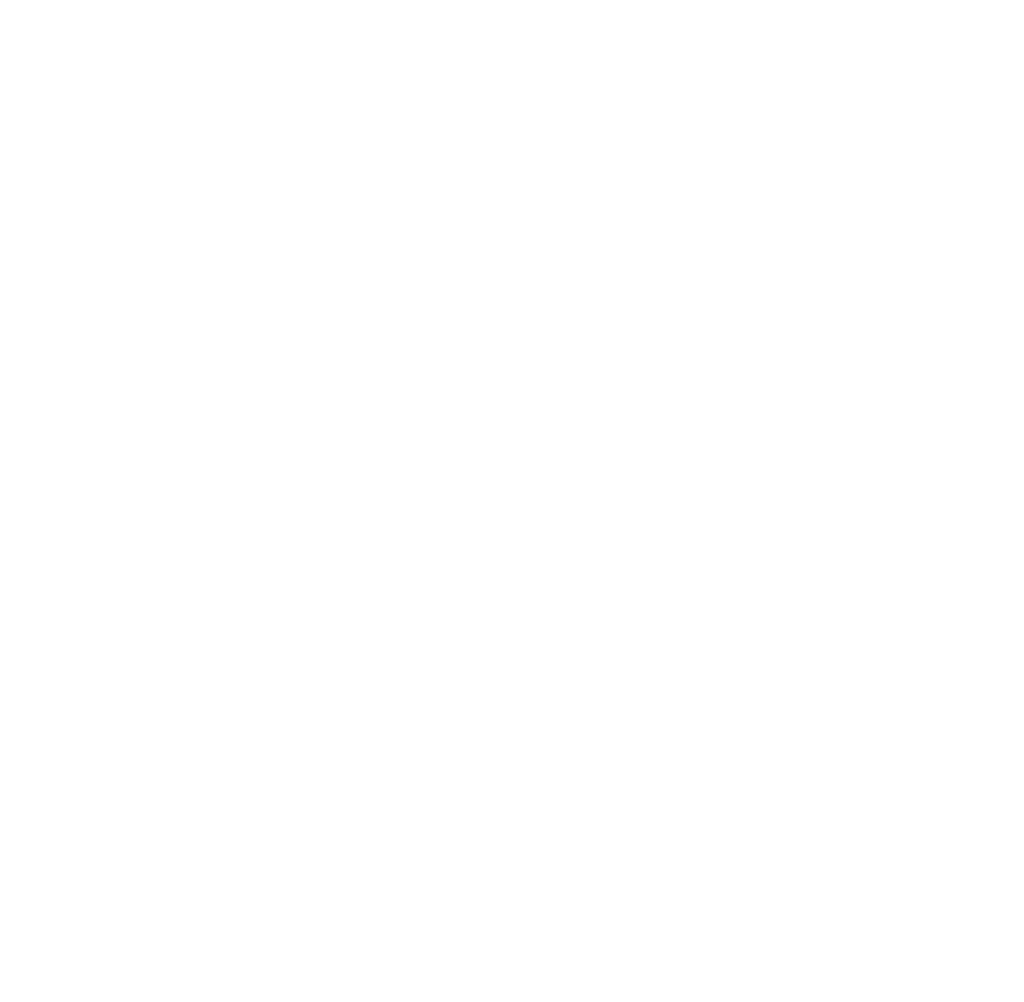
<source format=kicad_pcb>
(kicad_pcb (version 20221018) (generator pcbnew)

  (general
    (thickness 1.6)
  )

  (paper "A4")
  (title_block
    (title "HBR/MK2 PCB Placement")
    (date "2024-02-03")
    (rev "1.0")
  )

  (layers
    (0 "F.Cu" signal)
    (31 "B.Cu" signal)
    (32 "B.Adhes" user "B.Adhesive")
    (33 "F.Adhes" user "F.Adhesive")
    (34 "B.Paste" user)
    (35 "F.Paste" user)
    (36 "B.SilkS" user "B.Silkscreen")
    (37 "F.SilkS" user "F.Silkscreen")
    (38 "B.Mask" user)
    (39 "F.Mask" user)
    (40 "Dwgs.User" user "User.Drawings")
    (41 "Cmts.User" user "User.Comments")
    (42 "Eco1.User" user "User.Eco1")
    (43 "Eco2.User" user "User.Eco2")
    (44 "Edge.Cuts" user)
    (45 "Margin" user)
    (46 "B.CrtYd" user "B.Courtyard")
    (47 "F.CrtYd" user "F.Courtyard")
    (48 "B.Fab" user)
    (49 "F.Fab" user)
    (50 "User.1" user)
    (51 "User.2" user)
    (52 "User.3" user)
    (53 "User.4" user)
    (54 "User.5" user)
    (55 "User.6" user)
    (56 "User.7" user)
    (57 "User.8" user)
    (58 "User.9" user)
  )

  (setup
    (pad_to_mask_clearance 0)
    (pcbplotparams
      (layerselection 0x7fc0000_7ffffffe)
      (plot_on_all_layers_selection 0x0000000_00000000)
      (disableapertmacros false)
      (usegerberextensions false)
      (usegerberattributes true)
      (usegerberadvancedattributes true)
      (creategerberjobfile true)
      (dashed_line_dash_ratio 12.000000)
      (dashed_line_gap_ratio 3.000000)
      (svgprecision 4)
      (plotframeref false)
      (viasonmask false)
      (mode 1)
      (useauxorigin false)
      (hpglpennumber 1)
      (hpglpenspeed 20)
      (hpglpendiameter 15.000000)
      (dxfpolygonmode true)
      (dxfimperialunits true)
      (dxfusepcbnewfont true)
      (psnegative false)
      (psa4output false)
      (plotreference true)
      (plotvalue true)
      (plotinvisibletext false)
      (sketchpadsonfab false)
      (subtractmaskfromsilk false)
      (outputformat 4)
      (mirror false)
      (drillshape 0)
      (scaleselection 1)
      (outputdirectory "../../../../../Desktop/")
    )
  )

  (net 0 "")

  (gr_rect (start 83.5 18.5) (end 147 20)
    (stroke (width 0.15) (type default)) (fill none) (layer "User.1") (tstamp 053536fc-1132-4d5f-9b04-8e0200098cef))
  (gr_rect (start 66.5 94) (end 68 178)
    (stroke (width 0.15) (type solid)) (fill none) (layer "User.1") (tstamp 108e5600-414b-49e6-a061-45c1cbae6dc2))
  (gr_rect (start 83.5 177.5) (end 128.5 179)
    (stroke (width 0.15) (type default)) (fill none) (layer "User.1") (tstamp 6022327d-4a9c-4790-96b3-d9915bd39336))
  (gr_rect (start 129 157) (end 168 191)
    (stroke (width 0.15) (type dash)) (fill none) (layer "User.1") (tstamp 76824bb3-26f3-4a98-a085-cdf9aca55876))
  (gr_rect (start 91.5 125.75) (end 137 156.25)
    (stroke (width 0.15) (type default)) (fill none) (layer "User.1") (tstamp 8909cb19-7fb2-4947-9134-25db929ca8cf))
  (gr_rect (start 66.5 14.5) (end 68 93.5)
    (stroke (width 0.15) (type default)) (fill none) (layer "User.1") (tstamp 9030467a-5293-435c-a987-2a07f74338f9))
  (gr_rect (start 170 52) (end 229 145)
    (stroke (width 0.15) (type default)) (fill none) (layer "User.1") (tstamp c13c8be7-37b8-463b-b5d0-c23d2e8e7fe5))
  (gr_rect (start 147.5 18.5) (end 231.5 20)
    (stroke (width 0.15) (type default)) (fill none) (layer "User.1") (tstamp d24e967d-6978-4a58-84fb-8aea5ecbeecc))
  (gr_rect (start 104.5 48) (end 134.5 117)
    (stroke (width 0.15) (type default)) (fill none) (layer "User.1") (tstamp f7e80bd4-2b30-4e31-8d07-5475154e3d19))
  (gr_rect (start 141 16) (end 147 18.5)
    (stroke (width 0.15) (type default)) (fill none) (layer "User.4") (tstamp 06ba3ca2-cb08-4fb1-afe0-c82cf3ce119b))
  (gr_rect (start 83.5 14) (end 231.5 16)
    (stroke (width 0.15) (type default)) (fill none) (layer "User.4") (tstamp 319442cc-434b-4c2b-9e57-45b34f8c18bd))
  (gr_rect (start 66.5 14) (end 231.5 179)
    (stroke (width 0.15) (type default)) (fill none) (layer "User.4") (tstamp 55199ef7-fd93-4040-81c2-a73776272d10))
  (gr_rect (start 147.5 16) (end 153.5 18.5)
    (stroke (width 0.15) (type default)) (fill none) (layer "User.4") (tstamp 6fbb0ab5-2000-4ce8-be37-26b5f52d5c84))
  (gr_rect (start 102 36) (end 137 125)
    (stroke (width 0.5) (type default)) (fill none) (layer "User.4") (tstamp 826c66f7-dc20-4aee-ba8d-08deb7f57f3d))
  (gr_rect (start 225.5 16) (end 231.5 18.5)
    (stroke (width 0.15) (type default)) (fill none) (layer "User.4") (tstamp 85e481df-919f-4788-aa3d-223fee05322b))
  (gr_rect (start 167.5 39.5) (end 231.5 154.5)
    (stroke (width 0.5) (type default)) (fill none) (layer "User.4") (tstamp 8fecb74f-ce9d-4f50-8205-4b0e959fbe26))
  (gr_rect (start 83.5 16) (end 90 18.5)
    (stroke (width 0.15) (type default)) (fill none) (layer "User.4") (tstamp f3b27712-a162-4513-9032-c42ae55b5297))
  (gr_text "POWER" (at 108.5 142.5) (layer "User.1") (tstamp 44fbaad0-2fb5-42d5-a5d9-4c4660fd60db)
    (effects (font (size 2 2) (thickness 0.15)) (justify left bottom))
  )
  (gr_text "DIGITAL" (at 195 99) (layer "User.1") (tstamp 47a016d1-c933-4e32-b2be-b76679b0c911)
    (effects (font (size 2 2) (thickness 0.15)) (justify left bottom))
  )
  (gr_text "RXTX" (at 75.5 140 90) (layer "User.1") (tstamp 58f8927d-c430-44a7-a393-d74e2a788fbe)
    (effects (font (size 2 2) (thickness 0.15)) (justify left bottom))
  )
  (gr_text "BFO" (at 116.5 82) (layer "User.1") (tstamp 70479587-0183-4e97-aed2-84f38bbbe997)
    (effects (font (size 2 2) (thickness 0.15)) (justify left bottom))
  )
  (gr_text "LPF" (at 186 26) (layer "User.1") (tstamp 77388b88-a90b-49e8-a3f5-73357a47d893)
    (effects (font (size 2 2) (thickness 0.15)) (justify left bottom))
  )
  (gr_text "AF" (at 96 173.5) (layer "User.1") (tstamp 954d66f0-88bd-42a0-8012-f058a40845e9)
    (effects (font (size 2 2) (thickness 0.15)) (justify left bottom))
  )
  (gr_text "(ENCODER)" (at 140 164.5) (layer "User.1") (tstamp b03f5097-5a19-468b-a60e-c8bcced1f804)
    (effects (font (size 2 2) (thickness 0.15) italic) (justify left bottom))
  )
  (gr_text "HBR/MK2 PCB Placement v1.0\nAleksander Alekseev R2AUK, 2024\nhttps://github.com/afiskon/hbr-mk2" (at 173 177) (layer "User.1") (tstamp da29b914-0b56-407f-9f8e-5af41263a5b9)
    (effects (font (size 2 2) (thickness 0.15)) (justify left bottom))
  )
  (gr_text "PA" (at 112.5 26.5) (layer "User.1") (tstamp f0e1f4b1-7496-4af6-b7d8-6aec885c61c6)
    (effects (font (size 2 2) (thickness 0.15)) (justify left bottom))
  )
  (gr_text "BPF" (at 76 57.5 90) (layer "User.1") (tstamp f7698e6f-abe7-4088-a684-f9f58f9807dc)
    (effects (font (size 2 2) (thickness 0.15)) (justify left bottom))
  )
  (gr_text "Clearance" (at 237.5 31.5 90) (layer "User.2") (tstamp 0c630b52-43cf-4aa1-9d81-a542c031b84a)
    (effects (font (size 1 1) (thickness 0.15)) (justify left bottom))
  )
  (gr_text "Clearance" (at 71.5 13) (layer "User.2") (tstamp 2021003c-7e4f-41f4-b49f-207c0b9a25de)
    (effects (font (size 1 1) (thickness 0.15)) (justify left bottom))
  )
  (gr_text "Clearance" (at 99.5 32 90) (layer "User.2") (tstamp 2318e3f5-a659-4250-b182-bae1166e692b)
    (effects (font (size 1 1) (thickness 0.15)) (justify left bottom))
  )
  (gr_text "Clearance" (at 71.5 187.5) (layer "User.2") (tstamp 37b8b11c-4459-4f98-afb1-f6bf88ad4df5)
    (effects (font (size 1 1) (thickness 0.15)) (justify left bottom))
  )
  (gr_text "TDA2003 height" (at 82 173 90) (layer "User.2") (tstamp c075c3da-7619-4fc0-8d24-01fd96265f97)
    (effects (font (size 1 1) (thickness 0.15)) (justify left bottom))
  )
  (gr_text "M3 NUT" (at 134.5 18) (layer "User.4") (tstamp 0af23343-98c5-4030-9314-9cfa74719647)
    (effects (font (size 1 1) (thickness 0.15)) (justify left bottom))
  )
  (gr_text "M3 NUT" (at 90.5 18) (layer "User.4") (tstamp 0b8540d4-373b-40e8-b531-8cd9784ed55e)
    (effects (font (size 1 1) (thickness 0.15)) (justify left bottom))
  )
  (gr_text "HEATSINK: aluminum sheet 148 x 80 x 2 mm" (at 128.5 15.5) (layer "User.4") (tstamp 31348868-43bd-42f0-8f90-f7d4dd5f0336)
    (effects (font (size 1 1) (thickness 0.15)) (justify left bottom))
  )
  (gr_text "M3 NUT" (at 154 18) (layer "User.4") (tstamp 8cad2d91-a966-4e17-96f6-f77735e298b8)
    (effects (font (size 1 1) (thickness 0.15)) (justify left bottom))
  )
  (gr_text "M3 NUT" (at 219.5 18) (layer "User.4") (tstamp b8366f28-0587-4be8-8ca0-30390a9b0ae2)
    (effects (font (size 1 1) (thickness 0.15)) (justify left bottom))
  )
  (gr_text "GIANTA BS13" (at 192.5 158.5) (layer "User.4") (tstamp bafbb453-e21d-4b8f-b510-1de98232745d)
    (effects (font (size 2 2) (thickness 0.15)) (justify left bottom))
  )
  (gr_text "GIANTA B037" (at 100.5 88.5 90) (layer "User.4") (tstamp bd27e44d-5933-490f-b665-a875305a148b)
    (effects (font (size 2 2) (thickness 0.15)) (justify left bottom))
  )
  (dimension (type aligned) (layer "User.2") (tstamp 120ae71a-a79d-4fa4-a810-ae156c65935e)
    (pts (xy 66.5 179) (xy 66.5 14))
    (height -4)
    (gr_text "165.0000 mm" (at 61.35 96.5 90) (layer "User.2") (tstamp 120ae71a-a79d-4fa4-a810-ae156c65935e)
      (effects (font (size 1 1) (thickness 0.15)))
    )
    (format (prefix "") (suffix "") (units 3) (units_format 1) (precision 4))
    (style (thickness 0.15) (arrow_length 1.27) (text_position_mode 0) (extension_height 0.58642) (extension_offset 0.5) keep_text_aligned)
  )
  (dimension (type aligned) (layer "User.2") (tstamp 1c69656d-4862-4e48-a998-4941860bb557)
    (pts (xy 134.5 117) (xy 134.5 48))
    (height -2)
    (gr_text "69.0000 mm" (at 131.35 82.5 90) (layer "User.2") (tstamp 1c69656d-4862-4e48-a998-4941860bb557)
      (effects (font (size 1 1) (thickness 0.15)))
    )
    (format (prefix "") (suffix "") (units 3) (units_format 1) (precision 4))
    (style (thickness 0.15) (arrow_length 1.27) (text_position_mode 0) (extension_height 0.58642) (extension_offset 0.5) keep_text_aligned)
  )
  (dimension (type aligned) (layer "User.2") (tstamp 31432581-b5a3-40d5-bae5-ad3875ec8b19)
    (pts (xy 83.5 177.5) (xy 83.5 157.5))
    (height -3.5)
    (gr_text "20.0000 mm" (at 78.85 167.5 90) (layer "User.2") (tstamp 31432581-b5a3-40d5-bae5-ad3875ec8b19)
      (effects (font (size 1 1) (thickness 0.15)))
    )
    (format (prefix "") (suffix "") (units 3) (units_format 1) (precision 4))
    (style (thickness 0.15) (arrow_length 1.27) (text_position_mode 0) (extension_height 0.58642) (extension_offset 0.5) keep_text_aligned)
  )
  (dimension (type aligned) (layer "User.2") (tstamp 4c922807-b43d-451d-bdef-d2b44a7df4a4)
    (pts (xy 83.5 20) (xy 147 20))
    (height 3)
    (gr_text "63.5000 mm" (at 115.25 21.85) (layer "User.2") (tstamp 4c922807-b43d-451d-bdef-d2b44a7df4a4)
      (effects (font (size 1 1) (thickness 0.15)))
    )
    (format (prefix "") (suffix "") (units 3) (units_format 1) (precision 4))
    (style (thickness 0.15) (arrow_length 1.27) (text_position_mode 0) (extension_height 0.58642) (extension_offset 0.5) keep_text_aligned)
  )
  (dimension (type aligned) (layer "User.2") (tstamp 5031dcf4-4c10-4c3a-b829-77c49a03ea08)
    (pts (xy 83.5 14) (xy 231.5 14))
    (height -2.5)
    (gr_text "148.0000 mm" (at 157.5 10.35) (layer "User.2") (tstamp 5031dcf4-4c10-4c3a-b829-77c49a03ea08)
      (effects (font (size 1 1) (thickness 0.15)))
    )
    (format (prefix "") (suffix "") (units 3) (units_format 1) (precision 4))
    (style (thickness 0.15) (arrow_length 1.27) (text_position_mode 0) (extension_height 0.58642) (extension_offset 0.5) keep_text_aligned)
  )
  (dimension (type aligned) (layer "User.2") (tstamp 50b60fe8-165d-4529-ab29-738851ed5d99)
    (pts (xy 231.5 35) (xy 231.5 20))
    (height 4.5)
    (gr_text "15.0000 mm" (at 234.85 27.5 90) (layer "User.2") (tstamp 50b60fe8-165d-4529-ab29-738851ed5d99)
      (effects (font (size 1 1) (thickness 0.15)))
    )
    (format (prefix "") (suffix "") (units 3) (units_format 1) (precision 4))
    (style (thickness 0.15) (arrow_length 1.27) (text_position_mode 0) (extension_height 0.58642) (extension_offset 0.5) keep_text_aligned)
  )
  (dimension (type aligned) (layer "User.2") (tstamp 5b7cec25-5225-4c50-8273-67cc551a97f8)
    (pts (xy 102 20) (xy 102 35))
    (height 4)
    (gr_text "15.0000 mm" (at 96.85 28 90) (layer "User.2") (tstamp 5b7cec25-5225-4c50-8273-67cc551a97f8)
      (effects (font (size 1 1) (thickness 0.15)))
    )
    (format (prefix "") (suffix "") (units 3) (units_format 1) (precision 4))
    (style (thickness 0.15) (arrow_length 1.27) (text_position_mode 2) (extension_height 0.58642) (extension_offset 0.5) keep_text_aligned)
  )
  (dimension (type aligned) (layer "User.2") (tstamp 6393f094-589a-417f-8671-edcff69c6711)
    (pts (xy 231.5 179) (xy 66.5 179))
    (height -4)
    (gr_text "165.0000 mm" (at 149 181.85) (layer "User.2") (tstamp 6393f094-589a-417f-8671-edcff69c6711)
      (effects (font (size 1 1) (thickness 0.15)))
    )
    (format (prefix "") (suffix "") (units 3) (units_format 1) (precision 4))
    (style (thickness 0.15) (arrow_length 1.27) (text_position_mode 0) (extension_height 0.58642) (extension_offset 0.5) keep_text_aligned)
  )
  (dimension (type aligned) (layer "User.2") (tstamp 65060529-0716-45e7-a1e2-91c94fff0778)
    (pts (xy 128.5 177.5) (xy 83.5 177.5))
    (height 2)
    (gr_text "45.0000 mm" (at 106 174.35) (layer "User.2") (tstamp 65060529-0716-45e7-a1e2-91c94fff0778)
      (effects (font (size 1 1) (thickness 0.15)))
    )
    (format (prefix "") (suffix "") (units 3) (units_format 1) (precision 4))
    (style (thickness 0.15) (arrow_length 1.27) (text_position_mode 0) (extension_height 0.58642) (extension_offset 0.5) keep_text_aligned)
  )
  (dimension (type aligned) (layer "User.2") (tstamp 72e8ec0d-4060-44e4-8f55-7e38ff92fa77)
    (pts (xy 83 14) (xy 68 14))
    (height 2.5)
    (gr_text "15.0000 mm" (at 75.5 10.35) (layer "User.2") (tstamp 72e8ec0d-4060-44e4-8f55-7e38ff92fa77)
      (effects (font (size 1 1) (thickness 0.15)))
    )
    (format (prefix "") (suffix "") (units 3) (units_format 1) (precision 4))
    (style (thickness 0.15) (arrow_length 1.27) (text_position_mode 0) (extension_height 0.58642) (extension_offset 0.5) keep_text_aligned)
  )
  (dimension (type aligned) (layer "User.2") (tstamp 75607e2a-c0a1-4c84-8eec-b106202bbc8f)
    (pts (xy 91.5 156.25) (xy 91.5 125.75))
    (height -2)
    (gr_text "30.5000 mm" (at 88.35 141 90) (layer "User.2") (tstamp 75607e2a-c0a1-4c84-8eec-b106202bbc8f)
      (effects (font (size 1 1) (thickness 0.15)))
    )
    (format (prefix "") (suffix "") (units 3) (units_format 1) (precision 4))
    (style (thickness 0.15) (arrow_length 1.27) (text_position_mode 0) (extension_height 0.58642) (extension_offset 0.5) keep_text_aligned)
  )
  (dimension (type aligned) (layer "User.2") (tstamp 813b0ff8-fb2e-4e99-9c08-91b6fc171734)
    (pts (xy 168 157) (xy 168 191))
    (height -3)
    (gr_text "34.0000 mm" (at 169.85 172 90) (layer "User.2") (tstamp 813b0ff8-fb2e-4e99-9c08-91b6fc171734)
      (effects (font (size 1 1) (thickness 0.15)))
    )
    (format (prefix "") (suffix "") (units 3) (units_format 1) (precision 4))
    (style (thickness 0.15) (arrow_length 1.27) (text_position_mode 2) (extension_height 0.58642) (extension_offset 0.5) keep_text_aligned)
  )
  (dimension (type aligned) (layer "User.2") (tstamp 82b2ccaf-02a9-4ecf-9ddd-f5e4a9c50978)
    (pts (xy 137 125) (xy 137 36))
    (height 2.5)
    (gr_text "89.0000 mm" (at 141 80.5 90) (layer "User.2") (tstamp 82b2ccaf-02a9-4ecf-9ddd-f5e4a9c50978)
      (effects (font (size 1 1) (thickness 0.15)))
    )
    (format (prefix "") (suffix "") (units 3) (units_format 1) (precision 4))
    (style (thickness 0.15) (arrow_length 1.27) (text_position_mode 2) (extension_height 0.58642) (extension_offset 0.5) keep_text_aligned)
  )
  (dimension (type aligned) (layer "User.2") (tstamp 8b51bd11-fc82-4dba-a2bd-d6c2e1b77e00)
    (pts (xy 68 178) (xy 68 94))
    (height 4)
    (gr_text "84.0000 mm" (at 70.85 136 90) (layer "User.2") (tstamp 8b51bd11-fc82-4dba-a2bd-d6c2e1b77e00)
      (effects (font (size 1 1) (thickness 0.15)))
    )
    (format (prefix "") (suffix "") (units 3) (units_format 1) (precision 4))
    (style (thickness 0.15) (arrow_length 1.27) (text_position_mode 0) (extension_height 0.58642) (extension_offset 0.5) keep_text_aligned)
  )
  (dimension (type aligned) (layer "User.2") (tstamp 963e3afd-0331-496e-9dd8-8afaa473539e)
    (pts (xy 170 52) (xy 229 52))
    (height -3)
    (gr_text "59.0000 mm" (at 199.5 47.85) (layer "User.2") (tstamp 963e3afd-0331-496e-9dd8-8afaa473539e)
      (effects (font (size 1 1) (thickness 0.15)))
    )
    (format (prefix "") (suffix "") (units 3) (units_format 1) (precision 4))
    (style (thickness 0.15) (arrow_length 1.27) (text_position_mode 0) (extension_height 0.58642) (extension_offset 0.5) keep_text_aligned)
  )
  (dimension (type aligned) (layer "User.2") (tstamp b1523c4e-b26c-4a26-95bf-b7e25a0a3e59)
    (pts (xy 231.5 20) (xy 147.5 20))
    (height -3)
    (gr_text "84.0000 mm" (at 189.5 21.85) (layer "User.2") (tstamp b1523c4e-b26c-4a26-95bf-b7e25a0a3e59)
      (effects (font (size 1 1) (thickness 0.15)))
    )
    (format (prefix "") (suffix "") (units 3) (units_format 1) (precision 4))
    (style (thickness 0.15) (arrow_length 1.27) (text_position_mode 0) (extension_height 0.58642) (extension_offset 0.5) keep_text_aligned)
  )
  (dimension (type aligned) (layer "User.2") (tstamp b83ab952-cfa0-49d1-b35a-440185f9ae2b)
    (pts (xy 137 156.25) (xy 91.5 156.25))
    (height 2)
    (gr_text "45.5000 mm" (at 114.25 153.1) (layer "User.2") (tstamp b83ab952-cfa0-49d1-b35a-440185f9ae2b)
      (effects (font (size 1 1) (thickness 0.15)))
    )
    (format (prefix "") (suffix "") (units 3) (units_format 1) (precision 4))
    (style (thickness 0.15) (arrow_length 1.27) (text_position_mode 0) (extension_height 0.58642) (extension_offset 0.5) keep_text_aligned)
  )
  (dimension (type aligned) (layer "User.2") (tstamp c6c3cfd0-2429-4f74-b4ce-d6e8e1952eb9)
    (pts (xy 129 156.5) (xy 168 156.5))
    (height 3)
    (gr_text "39.0000 mm" (at 148.5 158.35) (layer "User.2") (tstamp c6c3cfd0-2429-4f74-b4ce-d6e8e1952eb9)
      (effects (font (size 1 1) (thickness 0.15)))
    )
    (format (prefix "") (suffix "") (units 3) (units_format 1) (precision 4))
    (style (thickness 0.15) (arrow_length 1.27) (text_position_mode 0) (extension_height 0.58642) (extension_offset 0.5) keep_text_aligned)
  )
  (dimension (type aligned) (layer "User.2") (tstamp ccfd98fd-59f5-4d7f-b339-d036d5e308ca)
    (pts (xy 137 36.5) (xy 102 36.5))
    (height 2.5)
    (gr_text "35.0000 mm" (at 119.5 32.85) (layer "User.2") (tstamp ccfd98fd-59f5-4d7f-b339-d036d5e308ca)
      (effects (font (size 1 1) (thickness 0.15)))
    )
    (format (prefix "") (suffix "") (units 3) (units_format 1) (precision 4))
    (style (thickness 0.15) (arrow_length 1.27) (text_position_mode 0) (extension_height 0.58642) (extension_offset 0.5) keep_text_aligned)
  )
  (dimension (type aligned) (layer "User.2") (tstamp d184eab5-904e-4e94-9291-5f9786315d81)
    (pts (xy 83 179) (xy 68 179))
    (height -7)
    (gr_text "15.0000 mm" (at 75.5 184.85) (layer "User.2") (tstamp d184eab5-904e-4e94-9291-5f9786315d81)
      (effects (font (size 1 1) (thickness 0.15)))
    )
    (format (prefix "") (suffix "") (units 3) (units_format 1) (precision 4))
    (style (thickness 0.15) (arrow_length 1.27) (text_position_mode 0) (extension_height 0.58642) (extension_offset 0.5) keep_text_aligned)
  )
  (dimension (type aligned) (layer "User.2") (tstamp d87ab897-b242-4dce-aaa8-6da1a0825bfb)
    (pts (xy 167.5 39.5) (xy 231.5 39.5))
    (height -2.5)
    (gr_text "64.0000 mm" (at 199.5 35.85) (layer "User.2") (tstamp d87ab897-b242-4dce-aaa8-6da1a0825bfb)
      (effects (font (size 1 1) (thickness 0.15)))
    )
    (format (prefix "") (suffix "") (units 3) (units_format 1) (precision 4))
    (style (thickness 0.15) (arrow_length 1.27) (text_position_mode 0) (extension_height 0.58642) (extension_offset 0.5) keep_text_aligned)
  )
  (dimension (type aligned) (layer "User.2") (tstamp da17bd0b-1e94-40f7-91fb-f1d9d6049627)
    (pts (xy 229 145) (xy 229 52))
    (height -2)
    (gr_text "93.0000 mm" (at 225.85 98.5 90) (layer "User.2") (tstamp da17bd0b-1e94-40f7-91fb-f1d9d6049627)
      (effects (font (size 1 1) (thickness 0.15)))
    )
    (format (prefix "") (suffix "") (units 3) (units_format 1) (precision 4))
    (style (thickness 0.15) (arrow_length 1.27) (text_position_mode 0) (extension_height 0.58642) (extension_offset 0.5) keep_text_aligned)
  )
  (dimension (type aligned) (layer "User.2") (tstamp df80b27f-a584-444b-ae2a-c225bd17d4b3)
    (pts (xy 231.5 39.5) (xy 231.5 154.5))
    (height -3)
    (gr_text "115.0000 mm" (at 236 97 90) (layer "User.2") (tstamp df80b27f-a584-444b-ae2a-c225bd17d4b3)
      (effects (font (size 1 1) (thickness 0.15)))
    )
    (format (prefix "") (suffix "") (units 3) (units_format 1) (precision 4))
    (style (thickness 0.15) (arrow_length 1.27) (text_position_mode 2) (extension_height 0.58642) (extension_offset 0.5) keep_text_aligned)
  )
  (dimension (type aligned) (layer "User.2") (tstamp eb869d62-a6a6-4951-a1c8-ede28cd5fad5)
    (pts (xy 104.5 48) (xy 134.5 48))
    (height -2.5)
    (gr_text "30.0000 mm" (at 119.5 44.35) (layer "User.2") (tstamp eb869d62-a6a6-4951-a1c8-ede28cd5fad5)
      (effects (font (size 1 1) (thickness 0.15)))
    )
    (format (prefix "") (suffix "") (units 3) (units_format 1) (precision 4))
    (style (thickness 0.15) (arrow_length 1.27) (text_position_mode 0) (extension_height 0.58642) (extension_offset 0.5) keep_text_aligned)
  )
  (dimension (type aligned) (layer "User.2") (tstamp efa1c589-3c11-49b0-82f0-a4b722fb89b4)
    (pts (xy 68 93.5) (xy 68 14.5))
    (height 4)
    (gr_text "79.0000 mm" (at 70.85 54 90) (layer "User.2") (tstamp efa1c589-3c11-49b0-82f0-a4b722fb89b4)
      (effects (font (size 1 1) (thickness 0.15)))
    )
    (format (prefix "") (suffix "") (units 3) (units_format 1) (precision 4))
    (style (thickness 0.15) (arrow_length 1.27) (text_position_mode 0) (extension_height 0.58642) (extension_offset 0.5) keep_text_aligned)
  )

)

</source>
